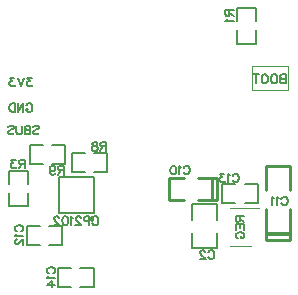
<source format=gbo>
G04 ---------------------------- Layer name :BOTTOM SILK LAYER*
G04 EasyEDA v5.6.15, Thu, 26 Jul 2018 23:13:41 GMT*
G04 a350aba4d1a84c778ca10979b53d7052*
G04 Gerber Generator version 0.2*
G04 Scale: 100 percent, Rotated: No, Reflected: No *
G04 Dimensions in inches *
G04 leading zeros omitted , absolute positions ,2 integer and 4 decimal *
%FSLAX24Y24*%
%MOIN*%
G90*
G70D02*

%ADD10C,0.010000*%
%ADD43C,0.007874*%
%ADD44C,0.003937*%
%ADD50C,0.005000*%
%ADD52C,0.004724*%
%ADD53C,0.013000*%
%ADD54C,0.007870*%
%ADD55C,0.009800*%

%LPD*%
G54D43*
G01X2980Y2591D02*
G01X2980Y3773D01*
G01X1798Y2591D02*
G01X2980Y2591D01*
G01X1798Y3773D02*
G01X2980Y3773D01*
G01X1798Y2591D02*
G01X1798Y3773D01*
G01X7678Y3557D02*
G01X7244Y3557D01*
G01X7244Y2927D01*
G01X7678Y2927D01*
G01X7992Y3557D02*
G01X8426Y3557D01*
G01X8426Y3163D01*
G01X8426Y2927D01*
G01X7992Y2927D01*
G54D10*
G01X5959Y3757D02*
G01X5476Y3757D01*
G01X5476Y3027D01*
G01X5959Y3027D01*
G01X6915Y3757D02*
G01X6915Y3027D01*
G01X6432Y3757D02*
G01X7061Y3757D01*
G01X7061Y3027D01*
G01X6432Y3027D01*
G54D52*
G01X8221Y1484D02*
G01X7513Y1484D01*
G01X7513Y2752D02*
G01X8476Y2752D01*
G54D10*
G01X8719Y2723D02*
G01X8719Y1702D01*
G01X9500Y1702D01*
G01X9500Y2723D01*
G54D53*
G01X9480Y1902D02*
G01X8740Y1902D01*
G54D10*
G01X9500Y3362D02*
G01X9500Y4166D01*
G01X8711Y4166D01*
G01X8711Y3362D01*
G54D54*
G01X7057Y1923D02*
G01X7057Y1404D01*
G01X6242Y1404D01*
G01X6242Y1923D01*
G01X7057Y2369D02*
G01X7057Y2889D01*
G01X6242Y2889D01*
G01X6242Y2369D01*
G54D43*
G01X765Y3564D02*
G01X765Y3998D01*
G01X134Y3998D01*
G01X134Y3564D01*
G01X765Y3250D02*
G01X765Y2816D01*
G01X371Y2816D01*
G01X134Y2816D01*
G01X134Y3250D01*
G54D44*
G01X8250Y7492D02*
G01X8250Y6692D01*
G01X9450Y6692D01*
G01X9450Y7492D01*
G01X8250Y7492D01*
G54D43*
G01X7734Y8671D02*
G01X7734Y8236D01*
G01X8365Y8236D01*
G01X8365Y8671D01*
G01X7734Y8984D02*
G01X7734Y9419D01*
G01X8128Y9419D01*
G01X8365Y9419D01*
G01X8365Y8984D01*
G01X1471Y1527D02*
G01X1905Y1527D01*
G01X1905Y2157D01*
G01X1471Y2157D01*
G01X1157Y1527D02*
G01X723Y1527D01*
G01X723Y1921D01*
G01X723Y2157D01*
G01X1157Y2157D01*
G01X2521Y127D02*
G01X2955Y127D01*
G01X2955Y757D01*
G01X2521Y757D01*
G01X2207Y127D02*
G01X1773Y127D01*
G01X1773Y521D01*
G01X1773Y757D01*
G01X2207Y757D01*
G01X2667Y4598D02*
G01X2234Y4598D01*
G01X2234Y3967D01*
G01X2667Y3967D01*
G01X2982Y4598D02*
G01X3415Y4598D01*
G01X3415Y4203D01*
G01X3415Y3967D01*
G01X2982Y3967D01*
G01X1571Y4227D02*
G01X2005Y4227D01*
G01X2005Y4857D01*
G01X1571Y4857D01*
G01X1257Y4227D02*
G01X823Y4227D01*
G01X823Y4621D01*
G01X823Y4857D01*
G01X1257Y4857D01*
G54D50*
G01X2911Y2404D02*
G01X2925Y2432D01*
G01X2952Y2459D01*
G01X2980Y2473D01*
G01X3034Y2473D01*
G01X3061Y2459D01*
G01X3089Y2432D01*
G01X3102Y2404D01*
G01X3116Y2363D01*
G01X3116Y2295D01*
G01X3102Y2254D01*
G01X3089Y2227D01*
G01X3061Y2200D01*
G01X3034Y2186D01*
G01X2980Y2186D01*
G01X2952Y2200D01*
G01X2925Y2227D01*
G01X2911Y2254D01*
G01X2821Y2473D02*
G01X2821Y2186D01*
G01X2821Y2473D02*
G01X2699Y2473D01*
G01X2658Y2459D01*
G01X2644Y2445D01*
G01X2630Y2418D01*
G01X2630Y2377D01*
G01X2644Y2350D01*
G01X2658Y2336D01*
G01X2699Y2323D01*
G01X2821Y2323D01*
G01X2527Y2404D02*
G01X2527Y2418D01*
G01X2513Y2445D01*
G01X2500Y2459D01*
G01X2472Y2473D01*
G01X2418Y2473D01*
G01X2390Y2459D01*
G01X2377Y2445D01*
G01X2363Y2418D01*
G01X2363Y2391D01*
G01X2377Y2363D01*
G01X2404Y2323D01*
G01X2540Y2186D01*
G01X2350Y2186D01*
G01X2259Y2418D02*
G01X2232Y2432D01*
G01X2191Y2473D01*
G01X2191Y2186D01*
G01X2019Y2473D02*
G01X2060Y2459D01*
G01X2088Y2418D01*
G01X2101Y2350D01*
G01X2101Y2309D01*
G01X2088Y2241D01*
G01X2060Y2200D01*
G01X2019Y2186D01*
G01X1992Y2186D01*
G01X1951Y2200D01*
G01X1924Y2241D01*
G01X1910Y2309D01*
G01X1910Y2350D01*
G01X1924Y2418D01*
G01X1951Y2459D01*
G01X1992Y2473D01*
G01X2019Y2473D01*
G01X1807Y2404D02*
G01X1807Y2418D01*
G01X1793Y2445D01*
G01X1780Y2459D01*
G01X1752Y2473D01*
G01X1698Y2473D01*
G01X1670Y2459D01*
G01X1657Y2445D01*
G01X1643Y2418D01*
G01X1643Y2391D01*
G01X1657Y2363D01*
G01X1684Y2323D01*
G01X1820Y2186D01*
G01X1630Y2186D01*
G01X7589Y3824D02*
G01X7602Y3852D01*
G01X7629Y3879D01*
G01X7657Y3892D01*
G01X7711Y3892D01*
G01X7739Y3879D01*
G01X7766Y3852D01*
G01X7779Y3824D01*
G01X7793Y3783D01*
G01X7793Y3715D01*
G01X7779Y3674D01*
G01X7766Y3647D01*
G01X7739Y3620D01*
G01X7711Y3606D01*
G01X7657Y3606D01*
G01X7629Y3620D01*
G01X7602Y3647D01*
G01X7589Y3674D01*
G01X7499Y3838D02*
G01X7471Y3852D01*
G01X7430Y3892D01*
G01X7430Y3606D01*
G01X7313Y3892D02*
G01X7163Y3892D01*
G01X7245Y3783D01*
G01X7204Y3783D01*
G01X7177Y3770D01*
G01X7163Y3756D01*
G01X7149Y3715D01*
G01X7149Y3688D01*
G01X7163Y3647D01*
G01X7190Y3620D01*
G01X7231Y3606D01*
G01X7272Y3606D01*
G01X7313Y3620D01*
G01X7327Y3633D01*
G01X7340Y3661D01*
G01X5959Y4088D02*
G01X5972Y4115D01*
G01X5999Y4143D01*
G01X6027Y4156D01*
G01X6081Y4156D01*
G01X6109Y4143D01*
G01X6136Y4115D01*
G01X6149Y4088D01*
G01X6163Y4047D01*
G01X6163Y3979D01*
G01X6149Y3938D01*
G01X6136Y3911D01*
G01X6109Y3883D01*
G01X6081Y3870D01*
G01X6027Y3870D01*
G01X5999Y3883D01*
G01X5972Y3911D01*
G01X5959Y3938D01*
G01X5869Y4102D02*
G01X5841Y4115D01*
G01X5800Y4156D01*
G01X5800Y3870D01*
G01X5629Y4156D02*
G01X5669Y4143D01*
G01X5697Y4102D01*
G01X5710Y4033D01*
G01X5710Y3993D01*
G01X5697Y3924D01*
G01X5669Y3883D01*
G01X5629Y3870D01*
G01X5601Y3870D01*
G01X5560Y3883D01*
G01X5533Y3924D01*
G01X5519Y3993D01*
G01X5519Y4033D01*
G01X5533Y4102D01*
G01X5560Y4143D01*
G01X5601Y4156D01*
G01X5629Y4156D01*
G01X7700Y2492D02*
G01X7986Y2492D01*
G01X7700Y2492D02*
G01X7700Y2370D01*
G01X7713Y2329D01*
G01X7727Y2315D01*
G01X7754Y2302D01*
G01X7781Y2302D01*
G01X7809Y2315D01*
G01X7822Y2329D01*
G01X7836Y2370D01*
G01X7836Y2492D01*
G01X7836Y2397D02*
G01X7986Y2302D01*
G01X7700Y2212D02*
G01X7986Y2212D01*
G01X7700Y2212D02*
G01X7700Y2034D01*
G01X7836Y2212D02*
G01X7836Y2102D01*
G01X7986Y2212D02*
G01X7986Y2034D01*
G01X7768Y1740D02*
G01X7740Y1753D01*
G01X7713Y1781D01*
G01X7700Y1808D01*
G01X7700Y1862D01*
G01X7713Y1890D01*
G01X7740Y1917D01*
G01X7768Y1931D01*
G01X7809Y1944D01*
G01X7877Y1944D01*
G01X7918Y1931D01*
G01X7945Y1917D01*
G01X7972Y1890D01*
G01X7986Y1862D01*
G01X7986Y1808D01*
G01X7972Y1781D01*
G01X7945Y1753D01*
G01X7918Y1740D01*
G01X7877Y1740D01*
G01X7877Y1808D02*
G01X7877Y1740D01*
G01X9218Y3067D02*
G01X9231Y3094D01*
G01X9259Y3122D01*
G01X9286Y3135D01*
G01X9340Y3135D01*
G01X9368Y3122D01*
G01X9395Y3094D01*
G01X9409Y3067D01*
G01X9422Y3026D01*
G01X9422Y2958D01*
G01X9409Y2917D01*
G01X9395Y2890D01*
G01X9368Y2863D01*
G01X9340Y2849D01*
G01X9286Y2849D01*
G01X9259Y2863D01*
G01X9231Y2890D01*
G01X9218Y2917D01*
G01X9128Y3081D02*
G01X9100Y3094D01*
G01X9060Y3135D01*
G01X9060Y2849D01*
G01X8970Y3081D02*
G01X8942Y3094D01*
G01X8901Y3135D01*
G01X8901Y2849D01*
G01X6780Y1274D02*
G01X6794Y1302D01*
G01X6821Y1329D01*
G01X6849Y1342D01*
G01X6903Y1342D01*
G01X6930Y1329D01*
G01X6958Y1302D01*
G01X6971Y1274D01*
G01X6985Y1233D01*
G01X6985Y1165D01*
G01X6971Y1124D01*
G01X6958Y1097D01*
G01X6930Y1070D01*
G01X6903Y1056D01*
G01X6849Y1056D01*
G01X6821Y1070D01*
G01X6794Y1097D01*
G01X6780Y1124D01*
G01X6677Y1274D02*
G01X6677Y1288D01*
G01X6663Y1315D01*
G01X6649Y1329D01*
G01X6622Y1342D01*
G01X6568Y1342D01*
G01X6540Y1329D01*
G01X6527Y1315D01*
G01X6513Y1288D01*
G01X6513Y1261D01*
G01X6527Y1233D01*
G01X6554Y1192D01*
G01X6690Y1056D01*
G01X6499Y1056D01*
G01X663Y4356D02*
G01X663Y4070D01*
G01X663Y4356D02*
G01X540Y4356D01*
G01X499Y4342D01*
G01X486Y4329D01*
G01X472Y4302D01*
G01X472Y4274D01*
G01X486Y4247D01*
G01X499Y4233D01*
G01X540Y4220D01*
G01X663Y4220D01*
G01X568Y4220D02*
G01X472Y4070D01*
G01X355Y4356D02*
G01X205Y4356D01*
G01X287Y4247D01*
G01X246Y4247D01*
G01X219Y4233D01*
G01X205Y4220D01*
G01X191Y4179D01*
G01X191Y4152D01*
G01X205Y4111D01*
G01X232Y4083D01*
G01X273Y4070D01*
G01X314Y4070D01*
G01X355Y4083D01*
G01X369Y4097D01*
G01X382Y4124D01*
G01X9363Y7206D02*
G01X9363Y6919D01*
G01X9363Y7206D02*
G01X9240Y7206D01*
G01X9200Y7192D01*
G01X9186Y7178D01*
G01X9173Y7151D01*
G01X9173Y7125D01*
G01X9186Y7098D01*
G01X9200Y7083D01*
G01X9240Y7069D01*
G01X9363Y7069D02*
G01X9240Y7069D01*
G01X9200Y7056D01*
G01X9186Y7042D01*
G01X9173Y7015D01*
G01X9173Y6975D01*
G01X9186Y6948D01*
G01X9200Y6933D01*
G01X9240Y6919D01*
G01X9363Y6919D01*
G01X9001Y7206D02*
G01X9028Y7192D01*
G01X9055Y7165D01*
G01X9069Y7137D01*
G01X9082Y7098D01*
G01X9082Y7028D01*
G01X9069Y6987D01*
G01X9055Y6960D01*
G01X9028Y6933D01*
G01X9001Y6919D01*
G01X8946Y6919D01*
G01X8919Y6933D01*
G01X8892Y6960D01*
G01X8878Y6987D01*
G01X8865Y7028D01*
G01X8865Y7098D01*
G01X8878Y7137D01*
G01X8892Y7165D01*
G01X8919Y7192D01*
G01X8946Y7206D01*
G01X9001Y7206D01*
G01X8692Y7206D02*
G01X8719Y7192D01*
G01X8748Y7165D01*
G01X8761Y7137D01*
G01X8775Y7098D01*
G01X8775Y7028D01*
G01X8761Y6987D01*
G01X8748Y6960D01*
G01X8719Y6933D01*
G01X8692Y6919D01*
G01X8638Y6919D01*
G01X8611Y6933D01*
G01X8584Y6960D01*
G01X8569Y6987D01*
G01X8557Y7028D01*
G01X8557Y7098D01*
G01X8569Y7137D01*
G01X8584Y7165D01*
G01X8611Y7192D01*
G01X8638Y7206D01*
G01X8692Y7206D01*
G01X8371Y7206D02*
G01X8371Y6919D01*
G01X8467Y7206D02*
G01X8276Y7206D01*
G01X7350Y9343D02*
G01X7636Y9343D01*
G01X7350Y9343D02*
G01X7350Y9220D01*
G01X7363Y9179D01*
G01X7377Y9165D01*
G01X7404Y9152D01*
G01X7431Y9152D01*
G01X7459Y9165D01*
G01X7472Y9179D01*
G01X7486Y9220D01*
G01X7486Y9343D01*
G01X7486Y9247D02*
G01X7636Y9152D01*
G01X7404Y9062D02*
G01X7390Y9034D01*
G01X7350Y8993D01*
G01X7636Y8993D01*
G01X398Y1974D02*
G01X370Y1988D01*
G01X343Y2015D01*
G01X330Y2042D01*
G01X330Y2097D01*
G01X343Y2124D01*
G01X370Y2152D01*
G01X398Y2165D01*
G01X439Y2179D01*
G01X507Y2179D01*
G01X548Y2165D01*
G01X575Y2152D01*
G01X602Y2124D01*
G01X616Y2097D01*
G01X616Y2042D01*
G01X602Y2015D01*
G01X575Y1988D01*
G01X548Y1974D01*
G01X384Y1884D02*
G01X370Y1857D01*
G01X330Y1816D01*
G01X616Y1816D01*
G01X398Y1712D02*
G01X384Y1712D01*
G01X357Y1699D01*
G01X343Y1685D01*
G01X330Y1658D01*
G01X330Y1603D01*
G01X343Y1576D01*
G01X357Y1562D01*
G01X384Y1549D01*
G01X411Y1549D01*
G01X439Y1562D01*
G01X480Y1590D01*
G01X616Y1726D01*
G01X616Y1535D01*
G01X1461Y574D02*
G01X1434Y588D01*
G01X1407Y615D01*
G01X1393Y643D01*
G01X1393Y697D01*
G01X1407Y724D01*
G01X1434Y752D01*
G01X1461Y765D01*
G01X1502Y779D01*
G01X1570Y779D01*
G01X1611Y765D01*
G01X1639Y752D01*
G01X1666Y724D01*
G01X1680Y697D01*
G01X1680Y643D01*
G01X1666Y615D01*
G01X1639Y588D01*
G01X1611Y574D01*
G01X1448Y484D02*
G01X1434Y457D01*
G01X1393Y416D01*
G01X1680Y416D01*
G01X1393Y190D02*
G01X1584Y326D01*
G01X1584Y122D01*
G01X1393Y190D02*
G01X1680Y190D01*
G01X3371Y4942D02*
G01X3371Y4655D01*
G01X3371Y4942D02*
G01X3248Y4942D01*
G01X3207Y4928D01*
G01X3194Y4914D01*
G01X3180Y4887D01*
G01X3180Y4860D01*
G01X3194Y4833D01*
G01X3207Y4819D01*
G01X3248Y4805D01*
G01X3371Y4805D01*
G01X3276Y4805D02*
G01X3180Y4655D01*
G01X3022Y4942D02*
G01X3063Y4928D01*
G01X3076Y4901D01*
G01X3076Y4873D01*
G01X3063Y4846D01*
G01X3036Y4833D01*
G01X2981Y4819D01*
G01X2940Y4805D01*
G01X2913Y4778D01*
G01X2899Y4751D01*
G01X2899Y4710D01*
G01X2913Y4683D01*
G01X2926Y4669D01*
G01X2967Y4655D01*
G01X3022Y4655D01*
G01X3063Y4669D01*
G01X3076Y4683D01*
G01X3090Y4710D01*
G01X3090Y4751D01*
G01X3076Y4778D01*
G01X3049Y4805D01*
G01X3008Y4819D01*
G01X2954Y4833D01*
G01X2926Y4846D01*
G01X2913Y4873D01*
G01X2913Y4901D01*
G01X2926Y4928D01*
G01X2967Y4942D01*
G01X3022Y4942D01*
G01X1963Y4156D02*
G01X1963Y3869D01*
G01X1963Y4156D02*
G01X1840Y4156D01*
G01X1799Y4142D01*
G01X1786Y4128D01*
G01X1772Y4101D01*
G01X1772Y4075D01*
G01X1786Y4048D01*
G01X1799Y4033D01*
G01X1840Y4019D01*
G01X1963Y4019D01*
G01X1868Y4019D02*
G01X1772Y3869D01*
G01X1505Y4060D02*
G01X1518Y4019D01*
G01X1546Y3992D01*
G01X1587Y3978D01*
G01X1600Y3978D01*
G01X1641Y3992D01*
G01X1668Y4019D01*
G01X1682Y4060D01*
G01X1682Y4075D01*
G01X1668Y4115D01*
G01X1641Y4142D01*
G01X1600Y4156D01*
G01X1587Y4156D01*
G01X1546Y4142D01*
G01X1518Y4115D01*
G01X1505Y4060D01*
G01X1505Y3992D01*
G01X1518Y3925D01*
G01X1546Y3883D01*
G01X1587Y3869D01*
G01X1614Y3869D01*
G01X1655Y3883D01*
G01X1668Y3910D01*
G01X711Y6174D02*
G01X725Y6202D01*
G01X751Y6229D01*
G01X780Y6243D01*
G01X834Y6243D01*
G01X861Y6229D01*
G01X888Y6202D01*
G01X901Y6174D01*
G01X915Y6134D01*
G01X915Y6065D01*
G01X901Y6024D01*
G01X888Y5997D01*
G01X861Y5970D01*
G01X834Y5956D01*
G01X780Y5956D01*
G01X751Y5970D01*
G01X725Y5997D01*
G01X711Y6024D01*
G01X711Y6065D01*
G01X780Y6065D02*
G01X711Y6065D01*
G01X621Y6243D02*
G01X621Y5956D01*
G01X621Y6243D02*
G01X430Y5956D01*
G01X430Y6243D02*
G01X430Y5956D01*
G01X340Y6243D02*
G01X340Y5956D01*
G01X340Y6243D02*
G01X244Y6243D01*
G01X203Y6229D01*
G01X176Y6202D01*
G01X163Y6174D01*
G01X150Y6134D01*
G01X150Y6065D01*
G01X163Y6024D01*
G01X176Y5997D01*
G01X203Y5970D01*
G01X244Y5956D01*
G01X340Y5956D01*
G01X903Y7093D02*
G01X753Y7093D01*
G01X835Y6984D01*
G01X794Y6984D01*
G01X766Y6970D01*
G01X753Y6956D01*
G01X739Y6915D01*
G01X739Y6888D01*
G01X753Y6847D01*
G01X780Y6820D01*
G01X821Y6806D01*
G01X862Y6806D01*
G01X903Y6820D01*
G01X916Y6834D01*
G01X930Y6861D01*
G01X649Y7093D02*
G01X540Y6806D01*
G01X431Y7093D02*
G01X540Y6806D01*
G01X314Y7093D02*
G01X164Y7093D01*
G01X245Y6984D01*
G01X205Y6984D01*
G01X177Y6970D01*
G01X164Y6956D01*
G01X150Y6915D01*
G01X150Y6888D01*
G01X164Y6847D01*
G01X191Y6820D01*
G01X232Y6806D01*
G01X273Y6806D01*
G01X314Y6820D01*
G01X327Y6834D01*
G01X341Y6861D01*
G01X942Y5452D02*
G01X969Y5479D01*
G01X1011Y5493D01*
G01X1065Y5493D01*
G01X1107Y5479D01*
G01X1134Y5452D01*
G01X1134Y5424D01*
G01X1119Y5397D01*
G01X1107Y5384D01*
G01X1078Y5370D01*
G01X998Y5343D01*
G01X969Y5329D01*
G01X957Y5315D01*
G01X942Y5288D01*
G01X942Y5247D01*
G01X969Y5220D01*
G01X1011Y5206D01*
G01X1065Y5206D01*
G01X1107Y5220D01*
G01X1134Y5247D01*
G01X853Y5493D02*
G01X853Y5206D01*
G01X853Y5493D02*
G01X730Y5493D01*
G01X688Y5479D01*
G01X676Y5465D01*
G01X661Y5438D01*
G01X661Y5411D01*
G01X676Y5384D01*
G01X688Y5370D01*
G01X730Y5356D01*
G01X853Y5356D02*
G01X730Y5356D01*
G01X688Y5343D01*
G01X676Y5329D01*
G01X661Y5302D01*
G01X661Y5261D01*
G01X676Y5234D01*
G01X688Y5220D01*
G01X730Y5206D01*
G01X853Y5206D01*
G01X571Y5493D02*
G01X571Y5288D01*
G01X559Y5247D01*
G01X530Y5220D01*
G01X490Y5206D01*
G01X463Y5206D01*
G01X421Y5220D01*
G01X394Y5247D01*
G01X380Y5288D01*
G01X380Y5493D01*
G01X100Y5452D02*
G01X128Y5479D01*
G01X169Y5493D01*
G01X223Y5493D01*
G01X263Y5479D01*
G01X290Y5452D01*
G01X290Y5424D01*
G01X278Y5397D01*
G01X263Y5384D01*
G01X236Y5370D01*
G01X155Y5343D01*
G01X128Y5329D01*
G01X113Y5315D01*
G01X100Y5288D01*
G01X100Y5247D01*
G01X128Y5220D01*
G01X169Y5206D01*
G01X223Y5206D01*
G01X263Y5220D01*
G01X290Y5247D01*
G54D55*
G75*
G01X2898Y2430D02*
G2X2897Y2430I-1J-49D01*
G01*
M00*
M02*

</source>
